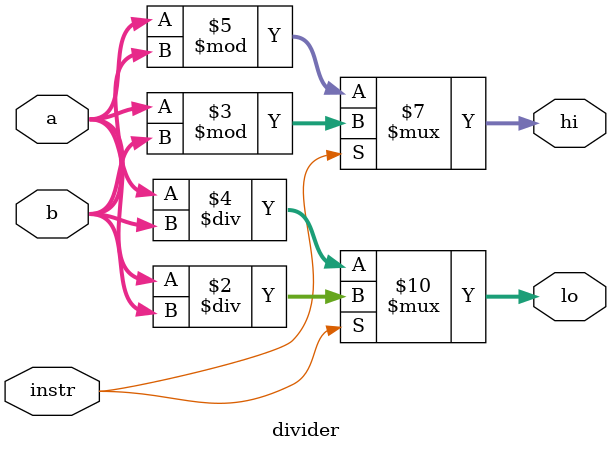
<source format=v>
`timescale 1ns / 1ps


module divider(
    input [31 : 0] a,
    input [31 : 0] b,
    input instr,
    output reg [31 : 0] lo,
    output reg [31 : 0] hi
    );
    always @ (*)
    begin
        if (instr)
        begin
            lo = a / b;
            hi = a % b;
        end
        else
        begin
            lo = $signed(a) / $signed(b);
            hi = $signed(a) % $signed(b);
        end
    end
endmodule

</source>
